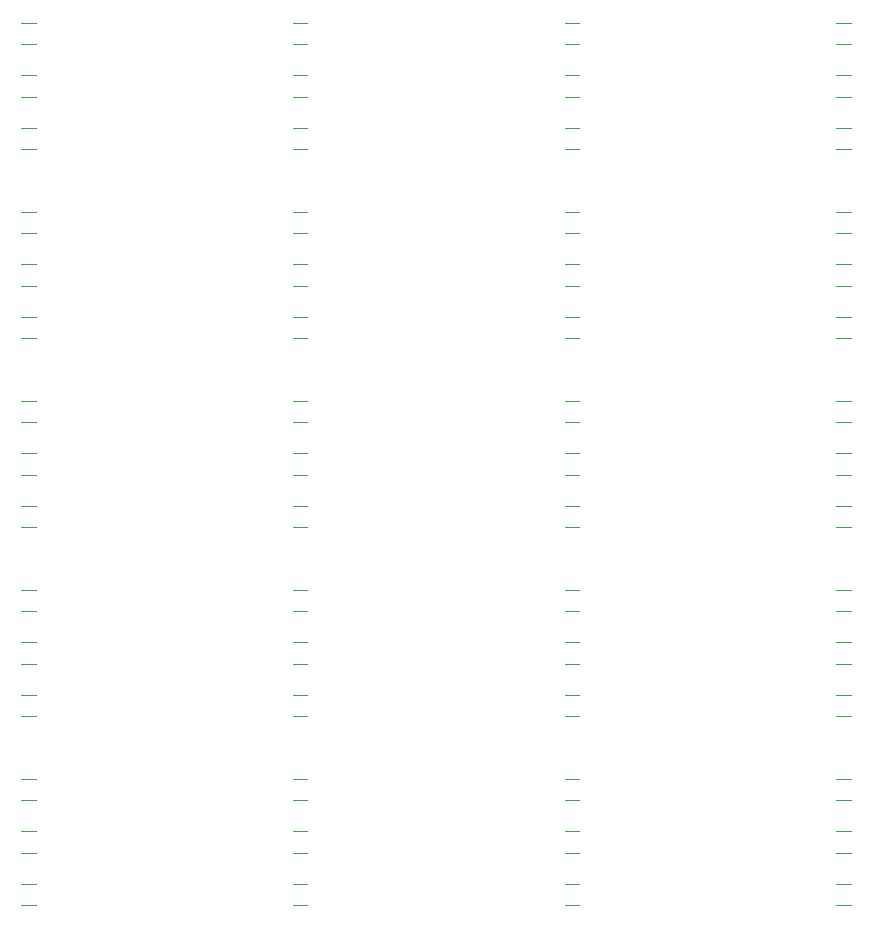
<source format=gto>
%MOIN*%
%OFA0B0*%
%FSLAX46Y46*%
%IPPOS*%
%LPD*%
%ADD10C,0.0047244094488188976*%
%ADD21C,0.0047244094488188976*%
%ADD22C,0.0047244094488188976*%
%ADD23C,0.0047244094488188976*%
%ADD24C,0.0047244094488188976*%
%ADD25C,0.0047244094488188976*%
%ADD26C,0.0047244094488188976*%
%ADD27C,0.0047244094488188976*%
%ADD28C,0.0047244094488188976*%
%ADD29C,0.0047244094488188976*%
%ADD30C,0.0047244094488188976*%
%ADD31C,0.0047244094488188976*%
%ADD32C,0.0047244094488188976*%
%ADD33C,0.0047244094488188976*%
%ADD34C,0.0047244094488188976*%
%ADD35C,0.0047244094488188976*%
%ADD36C,0.0047244094488188976*%
%ADD37C,0.0047244094488188976*%
%ADD38C,0.0047244094488188976*%
%ADD39C,0.0047244094488188976*%
G01*
D10*
X0000373934Y0000420866D02*
X0000421341Y0000420866D01*
X0000373934Y0000492519D02*
X0000421341Y0000492519D01*
X0000421341Y0000245866D02*
X0000373934Y0000245866D01*
X0000421341Y0000317519D02*
X0000373934Y0000317519D01*
X0000421341Y0000142519D02*
X0000373934Y0000142519D01*
X0000421341Y0000070866D02*
X0000373934Y0000070866D01*
G04 next file*
G04 Gerber Fmt 4.6, Leading zero omitted, Abs format (unit mm)*
G04 Created by KiCad (PCBNEW (5.1.10)-1) date 2021-09-17 13:17:29*
G01*
G04 APERTURE LIST*
G04 APERTURE END LIST*
D21*
X0000373934Y0001050787D02*
X0000421341Y0001050787D01*
X0000373934Y0001122440D02*
X0000421341Y0001122440D01*
X0000421341Y0000875787D02*
X0000373934Y0000875787D01*
X0000421341Y0000947440D02*
X0000373934Y0000947440D01*
X0000421341Y0000772440D02*
X0000373934Y0000772440D01*
X0000421341Y0000700787D02*
X0000373934Y0000700787D01*
G04 next file*
G04 Gerber Fmt 4.6, Leading zero omitted, Abs format (unit mm)*
G04 Created by KiCad (PCBNEW (5.1.10)-1) date 2021-09-17 13:17:29*
G01*
G04 APERTURE LIST*
G04 APERTURE END LIST*
D22*
X0000373934Y0001680708D02*
X0000421341Y0001680708D01*
X0000373934Y0001752362D02*
X0000421341Y0001752362D01*
X0000421341Y0001505708D02*
X0000373934Y0001505708D01*
X0000421341Y0001577362D02*
X0000373934Y0001577362D01*
X0000421341Y0001402362D02*
X0000373934Y0001402362D01*
X0000421341Y0001330708D02*
X0000373934Y0001330708D01*
G04 next file*
G04 Gerber Fmt 4.6, Leading zero omitted, Abs format (unit mm)*
G04 Created by KiCad (PCBNEW (5.1.10)-1) date 2021-09-17 13:17:29*
G01*
G04 APERTURE LIST*
G04 APERTURE END LIST*
D23*
X0000373934Y0002310629D02*
X0000421341Y0002310629D01*
X0000373934Y0002382283D02*
X0000421341Y0002382283D01*
X0000421341Y0002135629D02*
X0000373934Y0002135629D01*
X0000421341Y0002207283D02*
X0000373934Y0002207283D01*
X0000421341Y0002032283D02*
X0000373934Y0002032283D01*
X0000421341Y0001960629D02*
X0000373934Y0001960629D01*
G04 next file*
G04 Gerber Fmt 4.6, Leading zero omitted, Abs format (unit mm)*
G04 Created by KiCad (PCBNEW (5.1.10)-1) date 2021-09-17 13:17:29*
G01*
G04 APERTURE LIST*
G04 APERTURE END LIST*
D24*
X0000373934Y0002940551D02*
X0000421341Y0002940551D01*
X0000373934Y0003012204D02*
X0000421341Y0003012204D01*
X0000421341Y0002765551D02*
X0000373934Y0002765551D01*
X0000421341Y0002837204D02*
X0000373934Y0002837204D01*
X0000421341Y0002662204D02*
X0000373934Y0002662204D01*
X0000421341Y0002590551D02*
X0000373934Y0002590551D01*
G04 next file*
G04 Gerber Fmt 4.6, Leading zero omitted, Abs format (unit mm)*
G04 Created by KiCad (PCBNEW (5.1.10)-1) date 2021-09-17 13:17:29*
G01*
G04 APERTURE LIST*
G04 APERTURE END LIST*
D25*
X0001279446Y0000420866D02*
X0001326852Y0000420866D01*
X0001279446Y0000492519D02*
X0001326852Y0000492519D01*
X0001326852Y0000245866D02*
X0001279446Y0000245866D01*
X0001326852Y0000317519D02*
X0001279446Y0000317519D01*
X0001326852Y0000142519D02*
X0001279446Y0000142519D01*
X0001326852Y0000070866D02*
X0001279446Y0000070866D01*
G04 next file*
G04 Gerber Fmt 4.6, Leading zero omitted, Abs format (unit mm)*
G04 Created by KiCad (PCBNEW (5.1.10)-1) date 2021-09-17 13:17:29*
G01*
G04 APERTURE LIST*
G04 APERTURE END LIST*
D26*
X0001279446Y0001050787D02*
X0001326852Y0001050787D01*
X0001279446Y0001122440D02*
X0001326852Y0001122440D01*
X0001326852Y0000875787D02*
X0001279446Y0000875787D01*
X0001326852Y0000947440D02*
X0001279446Y0000947440D01*
X0001326852Y0000772440D02*
X0001279446Y0000772440D01*
X0001326852Y0000700787D02*
X0001279446Y0000700787D01*
G04 next file*
G04 Gerber Fmt 4.6, Leading zero omitted, Abs format (unit mm)*
G04 Created by KiCad (PCBNEW (5.1.10)-1) date 2021-09-17 13:17:29*
G01*
G04 APERTURE LIST*
G04 APERTURE END LIST*
D27*
X0001279446Y0001680708D02*
X0001326852Y0001680708D01*
X0001279446Y0001752362D02*
X0001326852Y0001752362D01*
X0001326852Y0001505708D02*
X0001279446Y0001505708D01*
X0001326852Y0001577362D02*
X0001279446Y0001577362D01*
X0001326852Y0001402362D02*
X0001279446Y0001402362D01*
X0001326852Y0001330708D02*
X0001279446Y0001330708D01*
G04 next file*
G04 Gerber Fmt 4.6, Leading zero omitted, Abs format (unit mm)*
G04 Created by KiCad (PCBNEW (5.1.10)-1) date 2021-09-17 13:17:29*
G01*
G04 APERTURE LIST*
G04 APERTURE END LIST*
D28*
X0001279446Y0002310629D02*
X0001326852Y0002310629D01*
X0001279446Y0002382283D02*
X0001326852Y0002382283D01*
X0001326852Y0002135629D02*
X0001279446Y0002135629D01*
X0001326852Y0002207283D02*
X0001279446Y0002207283D01*
X0001326852Y0002032283D02*
X0001279446Y0002032283D01*
X0001326852Y0001960629D02*
X0001279446Y0001960629D01*
G04 next file*
G04 Gerber Fmt 4.6, Leading zero omitted, Abs format (unit mm)*
G04 Created by KiCad (PCBNEW (5.1.10)-1) date 2021-09-17 13:17:29*
G01*
G04 APERTURE LIST*
G04 APERTURE END LIST*
D29*
X0001279446Y0002940551D02*
X0001326852Y0002940551D01*
X0001279446Y0003012204D02*
X0001326852Y0003012204D01*
X0001326852Y0002765551D02*
X0001279446Y0002765551D01*
X0001326852Y0002837204D02*
X0001279446Y0002837204D01*
X0001326852Y0002662204D02*
X0001279446Y0002662204D01*
X0001326852Y0002590551D02*
X0001279446Y0002590551D01*
G04 next file*
G04 Gerber Fmt 4.6, Leading zero omitted, Abs format (unit mm)*
G04 Created by KiCad (PCBNEW (5.1.10)-1) date 2021-09-17 13:17:29*
G01*
G04 APERTURE LIST*
G04 APERTURE END LIST*
D30*
X0002184958Y0000420866D02*
X0002232364Y0000420866D01*
X0002184958Y0000492519D02*
X0002232364Y0000492519D01*
X0002232364Y0000245866D02*
X0002184958Y0000245866D01*
X0002232364Y0000317519D02*
X0002184958Y0000317519D01*
X0002232364Y0000142519D02*
X0002184958Y0000142519D01*
X0002232364Y0000070866D02*
X0002184958Y0000070866D01*
G04 next file*
G04 Gerber Fmt 4.6, Leading zero omitted, Abs format (unit mm)*
G04 Created by KiCad (PCBNEW (5.1.10)-1) date 2021-09-17 13:17:29*
G01*
G04 APERTURE LIST*
G04 APERTURE END LIST*
D31*
X0002184958Y0001050787D02*
X0002232364Y0001050787D01*
X0002184958Y0001122440D02*
X0002232364Y0001122440D01*
X0002232364Y0000875787D02*
X0002184958Y0000875787D01*
X0002232364Y0000947440D02*
X0002184958Y0000947440D01*
X0002232364Y0000772440D02*
X0002184958Y0000772440D01*
X0002232364Y0000700787D02*
X0002184958Y0000700787D01*
G04 next file*
G04 Gerber Fmt 4.6, Leading zero omitted, Abs format (unit mm)*
G04 Created by KiCad (PCBNEW (5.1.10)-1) date 2021-09-17 13:17:29*
G01*
G04 APERTURE LIST*
G04 APERTURE END LIST*
D32*
X0002184958Y0001680708D02*
X0002232364Y0001680708D01*
X0002184958Y0001752362D02*
X0002232364Y0001752362D01*
X0002232364Y0001505708D02*
X0002184958Y0001505708D01*
X0002232364Y0001577362D02*
X0002184958Y0001577362D01*
X0002232364Y0001402362D02*
X0002184958Y0001402362D01*
X0002232364Y0001330708D02*
X0002184958Y0001330708D01*
G04 next file*
G04 Gerber Fmt 4.6, Leading zero omitted, Abs format (unit mm)*
G04 Created by KiCad (PCBNEW (5.1.10)-1) date 2021-09-17 13:17:29*
G01*
G04 APERTURE LIST*
G04 APERTURE END LIST*
D33*
X0002184958Y0002310629D02*
X0002232364Y0002310629D01*
X0002184958Y0002382283D02*
X0002232364Y0002382283D01*
X0002232364Y0002135629D02*
X0002184958Y0002135629D01*
X0002232364Y0002207283D02*
X0002184958Y0002207283D01*
X0002232364Y0002032283D02*
X0002184958Y0002032283D01*
X0002232364Y0001960629D02*
X0002184958Y0001960629D01*
G04 next file*
G04 Gerber Fmt 4.6, Leading zero omitted, Abs format (unit mm)*
G04 Created by KiCad (PCBNEW (5.1.10)-1) date 2021-09-17 13:17:29*
G01*
G04 APERTURE LIST*
G04 APERTURE END LIST*
D34*
X0002184958Y0002940551D02*
X0002232364Y0002940551D01*
X0002184958Y0003012204D02*
X0002232364Y0003012204D01*
X0002232364Y0002765551D02*
X0002184958Y0002765551D01*
X0002232364Y0002837204D02*
X0002184958Y0002837204D01*
X0002232364Y0002662204D02*
X0002184958Y0002662204D01*
X0002232364Y0002590551D02*
X0002184958Y0002590551D01*
G04 next file*
G04 Gerber Fmt 4.6, Leading zero omitted, Abs format (unit mm)*
G04 Created by KiCad (PCBNEW (5.1.10)-1) date 2021-09-17 13:17:29*
G01*
G04 APERTURE LIST*
G04 APERTURE END LIST*
D35*
X0003090469Y0000420866D02*
X0003137876Y0000420866D01*
X0003090469Y0000492519D02*
X0003137876Y0000492519D01*
X0003137876Y0000245866D02*
X0003090469Y0000245866D01*
X0003137876Y0000317519D02*
X0003090469Y0000317519D01*
X0003137876Y0000142519D02*
X0003090469Y0000142519D01*
X0003137876Y0000070866D02*
X0003090469Y0000070866D01*
G04 next file*
G04 Gerber Fmt 4.6, Leading zero omitted, Abs format (unit mm)*
G04 Created by KiCad (PCBNEW (5.1.10)-1) date 2021-09-17 13:17:29*
G01*
G04 APERTURE LIST*
G04 APERTURE END LIST*
D36*
X0003090469Y0001050787D02*
X0003137876Y0001050787D01*
X0003090469Y0001122440D02*
X0003137876Y0001122440D01*
X0003137876Y0000875787D02*
X0003090469Y0000875787D01*
X0003137876Y0000947440D02*
X0003090469Y0000947440D01*
X0003137876Y0000772440D02*
X0003090469Y0000772440D01*
X0003137876Y0000700787D02*
X0003090469Y0000700787D01*
G04 next file*
G04 Gerber Fmt 4.6, Leading zero omitted, Abs format (unit mm)*
G04 Created by KiCad (PCBNEW (5.1.10)-1) date 2021-09-17 13:17:29*
G01*
G04 APERTURE LIST*
G04 APERTURE END LIST*
D37*
X0003090469Y0001680708D02*
X0003137876Y0001680708D01*
X0003090469Y0001752362D02*
X0003137876Y0001752362D01*
X0003137876Y0001505708D02*
X0003090469Y0001505708D01*
X0003137876Y0001577362D02*
X0003090469Y0001577362D01*
X0003137876Y0001402362D02*
X0003090469Y0001402362D01*
X0003137876Y0001330708D02*
X0003090469Y0001330708D01*
G04 next file*
G04 Gerber Fmt 4.6, Leading zero omitted, Abs format (unit mm)*
G04 Created by KiCad (PCBNEW (5.1.10)-1) date 2021-09-17 13:17:29*
G01*
G04 APERTURE LIST*
G04 APERTURE END LIST*
D38*
X0003090469Y0002310629D02*
X0003137876Y0002310629D01*
X0003090469Y0002382283D02*
X0003137876Y0002382283D01*
X0003137876Y0002135629D02*
X0003090469Y0002135629D01*
X0003137876Y0002207283D02*
X0003090469Y0002207283D01*
X0003137876Y0002032283D02*
X0003090469Y0002032283D01*
X0003137876Y0001960629D02*
X0003090469Y0001960629D01*
G04 next file*
G04 Gerber Fmt 4.6, Leading zero omitted, Abs format (unit mm)*
G04 Created by KiCad (PCBNEW (5.1.10)-1) date 2021-09-17 13:17:29*
G01*
G04 APERTURE LIST*
G04 APERTURE END LIST*
D39*
X0003090469Y0002940551D02*
X0003137876Y0002940551D01*
X0003090469Y0003012204D02*
X0003137876Y0003012204D01*
X0003137876Y0002765551D02*
X0003090469Y0002765551D01*
X0003137876Y0002837204D02*
X0003090469Y0002837204D01*
X0003137876Y0002662204D02*
X0003090469Y0002662204D01*
X0003137876Y0002590551D02*
X0003090469Y0002590551D01*
M02*
</source>
